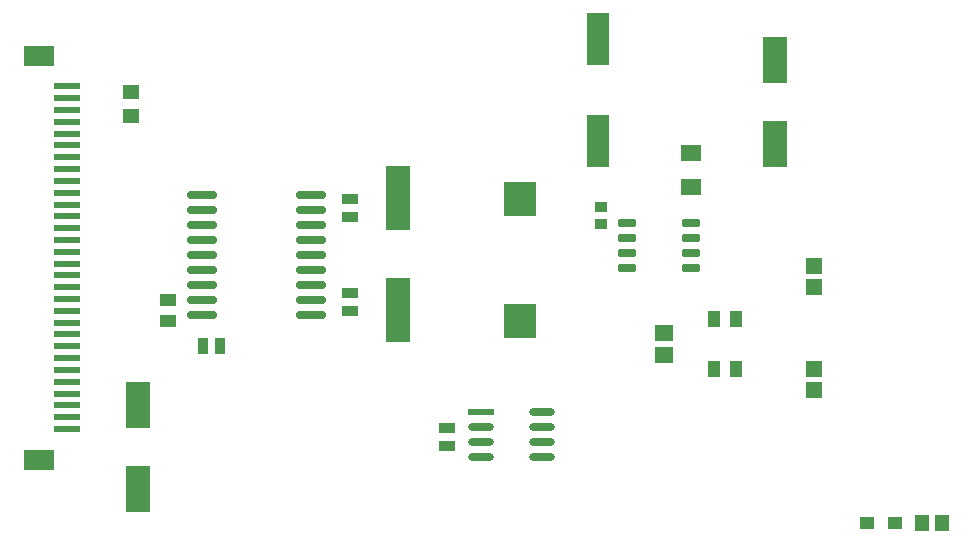
<source format=gtp>
G04*
G04 #@! TF.GenerationSoftware,Altium Limited,Altium Designer,24.2.2 (26)*
G04*
G04 Layer_Color=8421504*
%FSLAX25Y25*%
%MOIN*%
G70*
G04*
G04 #@! TF.SameCoordinates,A429EB9D-CF2C-4BE8-93C1-183C4CBB5CAF*
G04*
G04*
G04 #@! TF.FilePolarity,Positive*
G04*
G01*
G75*
%ADD14R,0.07874X0.21654*%
G04:AMPARAMS|DCode=15|XSize=23.62mil|YSize=57.09mil|CornerRadius=2.01mil|HoleSize=0mil|Usage=FLASHONLY|Rotation=90.000|XOffset=0mil|YOffset=0mil|HoleType=Round|Shape=RoundedRectangle|*
%AMROUNDEDRECTD15*
21,1,0.02362,0.05307,0,0,90.0*
21,1,0.01961,0.05709,0,0,90.0*
1,1,0.00402,0.02653,0.00980*
1,1,0.00402,0.02653,-0.00980*
1,1,0.00402,-0.02653,-0.00980*
1,1,0.00402,-0.02653,0.00980*
%
%ADD15ROUNDEDRECTD15*%
%ADD16O,0.10236X0.02756*%
G04:AMPARAMS|DCode=17|XSize=86.79mil|YSize=23.94mil|CornerRadius=11.97mil|HoleSize=0mil|Usage=FLASHONLY|Rotation=0.000|XOffset=0mil|YOffset=0mil|HoleType=Round|Shape=RoundedRectangle|*
%AMROUNDEDRECTD17*
21,1,0.08679,0.00000,0,0,0.0*
21,1,0.06285,0.02394,0,0,0.0*
1,1,0.02394,0.03143,0.00000*
1,1,0.02394,-0.03143,0.00000*
1,1,0.02394,-0.03143,0.00000*
1,1,0.02394,0.03143,0.00000*
%
%ADD17ROUNDEDRECTD17*%
%ADD18R,0.08679X0.02394*%
%ADD19R,0.05709X0.04724*%
%ADD20R,0.04134X0.05709*%
%ADD21R,0.06102X0.05512*%
%ADD22R,0.05315X0.03937*%
%ADD23R,0.04724X0.05709*%
%ADD24R,0.10236X0.07087*%
%ADD25R,0.08661X0.02362*%
%ADD26R,0.04921X0.04331*%
%ADD27R,0.07087X0.05276*%
%ADD28R,0.03740X0.05315*%
%ADD29R,0.07874X0.15748*%
%ADD30R,0.05756X0.05542*%
%ADD31R,0.05315X0.03740*%
%ADD32R,0.07480X0.17323*%
%ADD33R,0.04134X0.03740*%
%ADD34R,0.11024X0.11811*%
D14*
X138583Y138386D02*
D03*
Y100984D02*
D03*
D15*
X236221Y114921D02*
D03*
Y119921D02*
D03*
Y124921D02*
D03*
Y129921D02*
D03*
X214764Y114921D02*
D03*
Y119921D02*
D03*
Y124921D02*
D03*
Y129921D02*
D03*
D16*
X73228Y139409D02*
D03*
Y134409D02*
D03*
Y129409D02*
D03*
Y124409D02*
D03*
Y119409D02*
D03*
Y114409D02*
D03*
Y109409D02*
D03*
Y104409D02*
D03*
Y99410D02*
D03*
X109449Y139409D02*
D03*
Y134409D02*
D03*
Y129409D02*
D03*
Y124409D02*
D03*
Y119409D02*
D03*
Y114409D02*
D03*
Y109409D02*
D03*
Y104409D02*
D03*
Y99410D02*
D03*
D17*
X186421Y66949D02*
D03*
Y61949D02*
D03*
Y56949D02*
D03*
Y51949D02*
D03*
X166335D02*
D03*
Y56949D02*
D03*
Y61949D02*
D03*
D18*
Y66949D02*
D03*
D19*
X49606Y165748D02*
D03*
Y173622D02*
D03*
D20*
X251083Y81488D02*
D03*
X243799D02*
D03*
X251083Y98228D02*
D03*
X243799D02*
D03*
D21*
X227249Y93472D02*
D03*
Y85992D02*
D03*
D22*
X61811Y104410D02*
D03*
Y97323D02*
D03*
D23*
X313189Y29921D02*
D03*
X319882D02*
D03*
D24*
X18701Y51181D02*
D03*
Y185827D02*
D03*
D25*
X28150Y61417D02*
D03*
Y65354D02*
D03*
Y69291D02*
D03*
Y81102D02*
D03*
Y85039D02*
D03*
Y104724D02*
D03*
Y108661D02*
D03*
Y120472D02*
D03*
Y124409D02*
D03*
Y136221D02*
D03*
Y140157D02*
D03*
Y148031D02*
D03*
Y159843D02*
D03*
Y175591D02*
D03*
Y171653D02*
D03*
Y167717D02*
D03*
Y163779D02*
D03*
Y155905D02*
D03*
Y151969D02*
D03*
Y144095D02*
D03*
Y132283D02*
D03*
Y128347D02*
D03*
Y116535D02*
D03*
Y112598D02*
D03*
Y100787D02*
D03*
Y96850D02*
D03*
Y92913D02*
D03*
Y88976D02*
D03*
Y77165D02*
D03*
Y73228D02*
D03*
D26*
X304232Y29921D02*
D03*
X294980D02*
D03*
D27*
X236221Y153386D02*
D03*
Y142126D02*
D03*
D28*
X79331Y88976D02*
D03*
X73425D02*
D03*
D29*
X51968Y69488D02*
D03*
Y41535D02*
D03*
X264173Y156496D02*
D03*
Y184449D02*
D03*
D30*
X277165Y108644D02*
D03*
Y115748D02*
D03*
Y74392D02*
D03*
Y81496D02*
D03*
D31*
X154724Y61614D02*
D03*
Y55709D02*
D03*
X122441Y137992D02*
D03*
Y132087D02*
D03*
Y100787D02*
D03*
Y106693D02*
D03*
D32*
X205118Y157283D02*
D03*
Y191535D02*
D03*
D33*
X206299Y129823D02*
D03*
Y135531D02*
D03*
D34*
X179134Y97441D02*
D03*
Y137992D02*
D03*
M02*

</source>
